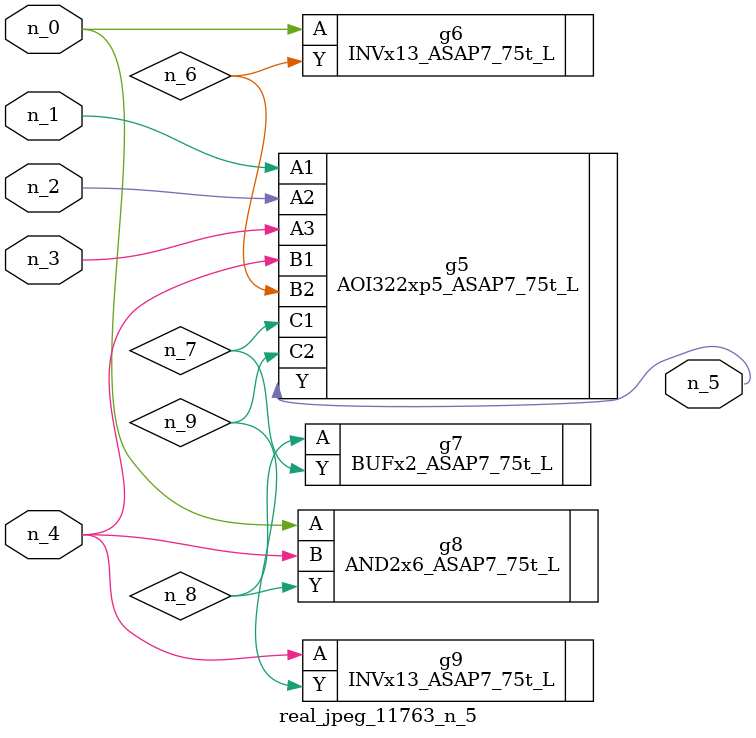
<source format=v>
module real_jpeg_11763_n_5 (n_4, n_0, n_1, n_2, n_3, n_5);

input n_4;
input n_0;
input n_1;
input n_2;
input n_3;

output n_5;

wire n_8;
wire n_6;
wire n_7;
wire n_9;

INVx13_ASAP7_75t_L g6 ( 
.A(n_0),
.Y(n_6)
);

AND2x6_ASAP7_75t_L g8 ( 
.A(n_0),
.B(n_4),
.Y(n_8)
);

AOI322xp5_ASAP7_75t_L g5 ( 
.A1(n_1),
.A2(n_2),
.A3(n_3),
.B1(n_4),
.B2(n_6),
.C1(n_7),
.C2(n_9),
.Y(n_5)
);

INVx13_ASAP7_75t_L g9 ( 
.A(n_4),
.Y(n_9)
);

BUFx2_ASAP7_75t_L g7 ( 
.A(n_8),
.Y(n_7)
);


endmodule
</source>
